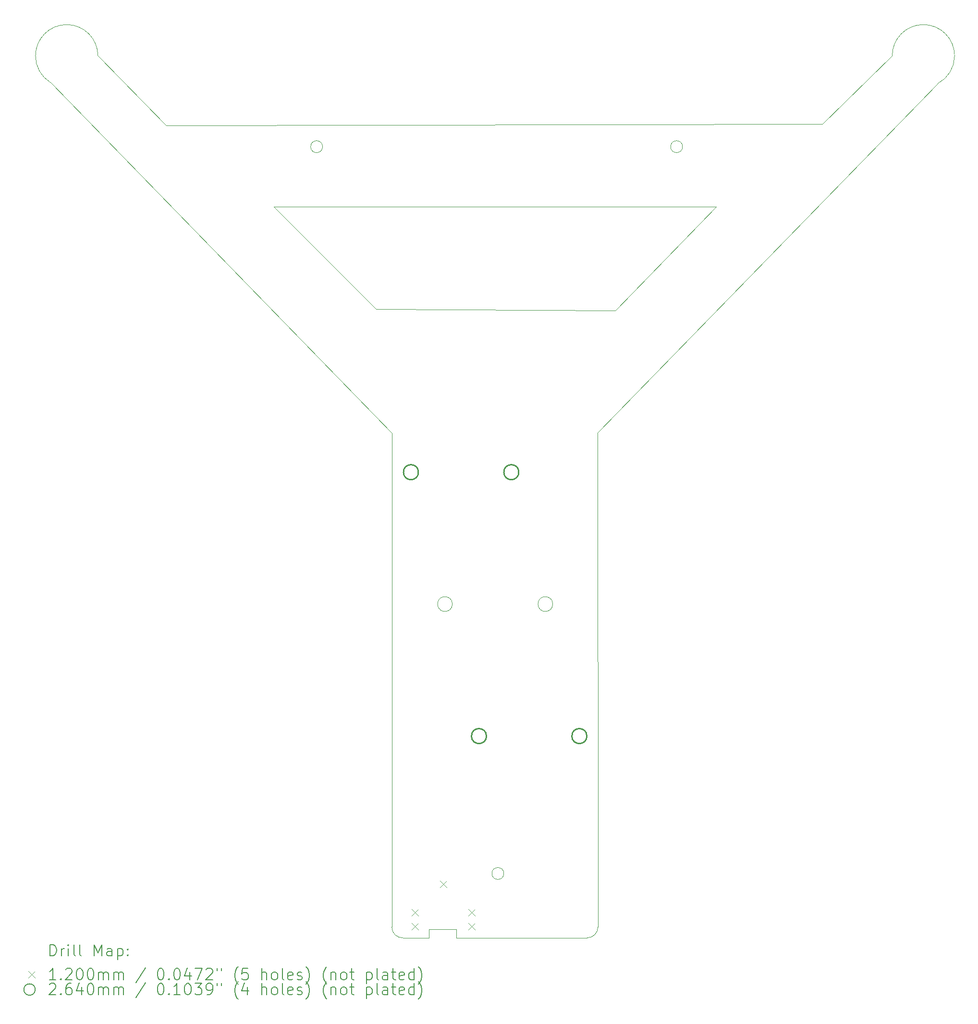
<source format=gbr>
%TF.GenerationSoftware,KiCad,Pcbnew,8.0.7*%
%TF.CreationDate,2025-02-10T18:12:55+08:00*%
%TF.ProjectId,bb-0.4,62622d30-2e34-42e6-9b69-6361645f7063,rev?*%
%TF.SameCoordinates,Original*%
%TF.FileFunction,Drillmap*%
%TF.FilePolarity,Positive*%
%FSLAX45Y45*%
G04 Gerber Fmt 4.5, Leading zero omitted, Abs format (unit mm)*
G04 Created by KiCad (PCBNEW 8.0.7) date 2025-02-10 18:12:55*
%MOMM*%
%LPD*%
G01*
G04 APERTURE LIST*
%ADD10C,0.100000*%
%ADD11C,0.200000*%
%ADD12C,0.120000*%
%ADD13C,0.264000*%
G04 APERTURE END LIST*
D10*
X12553986Y-18249978D02*
X12552986Y-18948858D01*
X8922000Y-18254810D02*
X8921000Y-18953691D01*
X12329000Y-19143881D02*
X10061779Y-19144652D01*
X9116023Y-19143881D02*
G75*
G02*
X8921000Y-18953691I-4773J190190D01*
G01*
X12550077Y-10249979D02*
X18539959Y-4099919D01*
X10895000Y-18010000D02*
G75*
G02*
X10685000Y-18010000I-105000J0D01*
G01*
X10685000Y-18010000D02*
G75*
G02*
X10895000Y-18010000I105000J0D01*
G01*
X10740000Y-6270000D02*
X6840000Y-6270000D01*
X16510000Y-4810000D02*
X4940000Y-4840000D01*
X12856878Y-8093122D02*
X14640000Y-6270000D01*
X2640000Y-3610000D02*
G75*
G02*
X3740000Y-3610000I550000J0D01*
G01*
X9579000Y-18995000D02*
X9587636Y-18995000D01*
X10061779Y-19144652D02*
X10061867Y-18994864D01*
X11756522Y-13265000D02*
G75*
G02*
X11496522Y-13265000I-130000J0D01*
G01*
X11496522Y-13265000D02*
G75*
G02*
X11756522Y-13265000I130000J0D01*
G01*
X7700000Y-5210000D02*
G75*
G02*
X7490000Y-5210000I-105000J0D01*
G01*
X7490000Y-5210000D02*
G75*
G02*
X7700000Y-5210000I105000J0D01*
G01*
X16510000Y-4810000D02*
X17740000Y-3610000D01*
X2901191Y-4078070D02*
X8920045Y-10254810D01*
X2901191Y-4078070D02*
G75*
G02*
X2640000Y-3610000I288809J468070D01*
G01*
X12362796Y-19143881D02*
X12349704Y-19143881D01*
X3740000Y-3610000D02*
X4940000Y-4840000D01*
X10740000Y-6270000D02*
X14640000Y-6270000D01*
X6840000Y-6270000D02*
X8643122Y-8073122D01*
X8922000Y-18254810D02*
X8920045Y-10254810D01*
X12553986Y-18249978D02*
X12550077Y-10249979D01*
X9987023Y-13265000D02*
G75*
G02*
X9727023Y-13265000I-130000J0D01*
G01*
X9727023Y-13265000D02*
G75*
G02*
X9987023Y-13265000I130000J0D01*
G01*
X14045000Y-5210000D02*
G75*
G02*
X13835000Y-5210000I-105000J0D01*
G01*
X13835000Y-5210000D02*
G75*
G02*
X14045000Y-5210000I105000J0D01*
G01*
X12856878Y-8093122D02*
X8643122Y-8073122D01*
X10061867Y-18994864D02*
X10039000Y-18994864D01*
X17740000Y-3610000D02*
G75*
G02*
X18840000Y-3610000I550000J0D01*
G01*
X10039000Y-18994864D02*
X9587636Y-18995000D01*
X9116023Y-19143881D02*
X9579000Y-19143873D01*
X9579000Y-19143873D02*
X9579000Y-18995000D01*
X12552986Y-18948858D02*
G75*
G02*
X12362796Y-19143877I-190186J-4772D01*
G01*
X18840000Y-3610000D02*
G75*
G02*
X18539959Y-4099919I-550000J0D01*
G01*
X12329000Y-19143881D02*
X12349704Y-19143881D01*
D11*
D12*
X9270000Y-18634000D02*
X9390000Y-18754000D01*
X9390000Y-18634000D02*
X9270000Y-18754000D01*
X9270000Y-18884000D02*
X9390000Y-19004000D01*
X9390000Y-18884000D02*
X9270000Y-19004000D01*
X9770000Y-18134000D02*
X9890000Y-18254000D01*
X9890000Y-18134000D02*
X9770000Y-18254000D01*
X10270000Y-18634000D02*
X10390000Y-18754000D01*
X10390000Y-18634000D02*
X10270000Y-18754000D01*
X10270000Y-18884000D02*
X10390000Y-19004000D01*
X10390000Y-18884000D02*
X10270000Y-19004000D01*
D13*
X9389523Y-10942000D02*
G75*
G02*
X9125523Y-10942000I-132000J0D01*
G01*
X9125523Y-10942000D02*
G75*
G02*
X9389523Y-10942000I132000J0D01*
G01*
X10588523Y-15590000D02*
G75*
G02*
X10324523Y-15590000I-132000J0D01*
G01*
X10324523Y-15590000D02*
G75*
G02*
X10588523Y-15590000I132000J0D01*
G01*
X11159023Y-10942000D02*
G75*
G02*
X10895023Y-10942000I-132000J0D01*
G01*
X10895023Y-10942000D02*
G75*
G02*
X11159023Y-10942000I132000J0D01*
G01*
X12358022Y-15590000D02*
G75*
G02*
X12094022Y-15590000I-132000J0D01*
G01*
X12094022Y-15590000D02*
G75*
G02*
X12358022Y-15590000I132000J0D01*
G01*
D11*
X2895777Y-19461135D02*
X2895777Y-19261135D01*
X2895777Y-19261135D02*
X2943396Y-19261135D01*
X2943396Y-19261135D02*
X2971967Y-19270659D01*
X2971967Y-19270659D02*
X2991015Y-19289707D01*
X2991015Y-19289707D02*
X3000539Y-19308754D01*
X3000539Y-19308754D02*
X3010062Y-19346850D01*
X3010062Y-19346850D02*
X3010062Y-19375421D01*
X3010062Y-19375421D02*
X3000539Y-19413516D01*
X3000539Y-19413516D02*
X2991015Y-19432564D01*
X2991015Y-19432564D02*
X2971967Y-19451612D01*
X2971967Y-19451612D02*
X2943396Y-19461135D01*
X2943396Y-19461135D02*
X2895777Y-19461135D01*
X3095777Y-19461135D02*
X3095777Y-19327802D01*
X3095777Y-19365897D02*
X3105301Y-19346850D01*
X3105301Y-19346850D02*
X3114824Y-19337326D01*
X3114824Y-19337326D02*
X3133872Y-19327802D01*
X3133872Y-19327802D02*
X3152920Y-19327802D01*
X3219586Y-19461135D02*
X3219586Y-19327802D01*
X3219586Y-19261135D02*
X3210062Y-19270659D01*
X3210062Y-19270659D02*
X3219586Y-19280183D01*
X3219586Y-19280183D02*
X3229110Y-19270659D01*
X3229110Y-19270659D02*
X3219586Y-19261135D01*
X3219586Y-19261135D02*
X3219586Y-19280183D01*
X3343396Y-19461135D02*
X3324348Y-19451612D01*
X3324348Y-19451612D02*
X3314824Y-19432564D01*
X3314824Y-19432564D02*
X3314824Y-19261135D01*
X3448158Y-19461135D02*
X3429110Y-19451612D01*
X3429110Y-19451612D02*
X3419586Y-19432564D01*
X3419586Y-19432564D02*
X3419586Y-19261135D01*
X3676729Y-19461135D02*
X3676729Y-19261135D01*
X3676729Y-19261135D02*
X3743396Y-19403993D01*
X3743396Y-19403993D02*
X3810062Y-19261135D01*
X3810062Y-19261135D02*
X3810062Y-19461135D01*
X3991015Y-19461135D02*
X3991015Y-19356374D01*
X3991015Y-19356374D02*
X3981491Y-19337326D01*
X3981491Y-19337326D02*
X3962443Y-19327802D01*
X3962443Y-19327802D02*
X3924348Y-19327802D01*
X3924348Y-19327802D02*
X3905301Y-19337326D01*
X3991015Y-19451612D02*
X3971967Y-19461135D01*
X3971967Y-19461135D02*
X3924348Y-19461135D01*
X3924348Y-19461135D02*
X3905301Y-19451612D01*
X3905301Y-19451612D02*
X3895777Y-19432564D01*
X3895777Y-19432564D02*
X3895777Y-19413516D01*
X3895777Y-19413516D02*
X3905301Y-19394469D01*
X3905301Y-19394469D02*
X3924348Y-19384945D01*
X3924348Y-19384945D02*
X3971967Y-19384945D01*
X3971967Y-19384945D02*
X3991015Y-19375421D01*
X4086253Y-19327802D02*
X4086253Y-19527802D01*
X4086253Y-19337326D02*
X4105301Y-19327802D01*
X4105301Y-19327802D02*
X4143396Y-19327802D01*
X4143396Y-19327802D02*
X4162443Y-19337326D01*
X4162443Y-19337326D02*
X4171967Y-19346850D01*
X4171967Y-19346850D02*
X4181491Y-19365897D01*
X4181491Y-19365897D02*
X4181491Y-19423040D01*
X4181491Y-19423040D02*
X4171967Y-19442088D01*
X4171967Y-19442088D02*
X4162443Y-19451612D01*
X4162443Y-19451612D02*
X4143396Y-19461135D01*
X4143396Y-19461135D02*
X4105301Y-19461135D01*
X4105301Y-19461135D02*
X4086253Y-19451612D01*
X4267205Y-19442088D02*
X4276729Y-19451612D01*
X4276729Y-19451612D02*
X4267205Y-19461135D01*
X4267205Y-19461135D02*
X4257682Y-19451612D01*
X4257682Y-19451612D02*
X4267205Y-19442088D01*
X4267205Y-19442088D02*
X4267205Y-19461135D01*
X4267205Y-19337326D02*
X4276729Y-19346850D01*
X4276729Y-19346850D02*
X4267205Y-19356374D01*
X4267205Y-19356374D02*
X4257682Y-19346850D01*
X4257682Y-19346850D02*
X4267205Y-19337326D01*
X4267205Y-19337326D02*
X4267205Y-19356374D01*
D12*
X2515000Y-19729652D02*
X2635000Y-19849652D01*
X2635000Y-19729652D02*
X2515000Y-19849652D01*
D11*
X3000539Y-19881135D02*
X2886253Y-19881135D01*
X2943396Y-19881135D02*
X2943396Y-19681135D01*
X2943396Y-19681135D02*
X2924348Y-19709707D01*
X2924348Y-19709707D02*
X2905301Y-19728754D01*
X2905301Y-19728754D02*
X2886253Y-19738278D01*
X3086253Y-19862088D02*
X3095777Y-19871612D01*
X3095777Y-19871612D02*
X3086253Y-19881135D01*
X3086253Y-19881135D02*
X3076729Y-19871612D01*
X3076729Y-19871612D02*
X3086253Y-19862088D01*
X3086253Y-19862088D02*
X3086253Y-19881135D01*
X3171967Y-19700183D02*
X3181491Y-19690659D01*
X3181491Y-19690659D02*
X3200539Y-19681135D01*
X3200539Y-19681135D02*
X3248158Y-19681135D01*
X3248158Y-19681135D02*
X3267205Y-19690659D01*
X3267205Y-19690659D02*
X3276729Y-19700183D01*
X3276729Y-19700183D02*
X3286253Y-19719231D01*
X3286253Y-19719231D02*
X3286253Y-19738278D01*
X3286253Y-19738278D02*
X3276729Y-19766850D01*
X3276729Y-19766850D02*
X3162443Y-19881135D01*
X3162443Y-19881135D02*
X3286253Y-19881135D01*
X3410062Y-19681135D02*
X3429110Y-19681135D01*
X3429110Y-19681135D02*
X3448158Y-19690659D01*
X3448158Y-19690659D02*
X3457682Y-19700183D01*
X3457682Y-19700183D02*
X3467205Y-19719231D01*
X3467205Y-19719231D02*
X3476729Y-19757326D01*
X3476729Y-19757326D02*
X3476729Y-19804945D01*
X3476729Y-19804945D02*
X3467205Y-19843040D01*
X3467205Y-19843040D02*
X3457682Y-19862088D01*
X3457682Y-19862088D02*
X3448158Y-19871612D01*
X3448158Y-19871612D02*
X3429110Y-19881135D01*
X3429110Y-19881135D02*
X3410062Y-19881135D01*
X3410062Y-19881135D02*
X3391015Y-19871612D01*
X3391015Y-19871612D02*
X3381491Y-19862088D01*
X3381491Y-19862088D02*
X3371967Y-19843040D01*
X3371967Y-19843040D02*
X3362443Y-19804945D01*
X3362443Y-19804945D02*
X3362443Y-19757326D01*
X3362443Y-19757326D02*
X3371967Y-19719231D01*
X3371967Y-19719231D02*
X3381491Y-19700183D01*
X3381491Y-19700183D02*
X3391015Y-19690659D01*
X3391015Y-19690659D02*
X3410062Y-19681135D01*
X3600539Y-19681135D02*
X3619586Y-19681135D01*
X3619586Y-19681135D02*
X3638634Y-19690659D01*
X3638634Y-19690659D02*
X3648158Y-19700183D01*
X3648158Y-19700183D02*
X3657682Y-19719231D01*
X3657682Y-19719231D02*
X3667205Y-19757326D01*
X3667205Y-19757326D02*
X3667205Y-19804945D01*
X3667205Y-19804945D02*
X3657682Y-19843040D01*
X3657682Y-19843040D02*
X3648158Y-19862088D01*
X3648158Y-19862088D02*
X3638634Y-19871612D01*
X3638634Y-19871612D02*
X3619586Y-19881135D01*
X3619586Y-19881135D02*
X3600539Y-19881135D01*
X3600539Y-19881135D02*
X3581491Y-19871612D01*
X3581491Y-19871612D02*
X3571967Y-19862088D01*
X3571967Y-19862088D02*
X3562443Y-19843040D01*
X3562443Y-19843040D02*
X3552920Y-19804945D01*
X3552920Y-19804945D02*
X3552920Y-19757326D01*
X3552920Y-19757326D02*
X3562443Y-19719231D01*
X3562443Y-19719231D02*
X3571967Y-19700183D01*
X3571967Y-19700183D02*
X3581491Y-19690659D01*
X3581491Y-19690659D02*
X3600539Y-19681135D01*
X3752920Y-19881135D02*
X3752920Y-19747802D01*
X3752920Y-19766850D02*
X3762443Y-19757326D01*
X3762443Y-19757326D02*
X3781491Y-19747802D01*
X3781491Y-19747802D02*
X3810063Y-19747802D01*
X3810063Y-19747802D02*
X3829110Y-19757326D01*
X3829110Y-19757326D02*
X3838634Y-19776374D01*
X3838634Y-19776374D02*
X3838634Y-19881135D01*
X3838634Y-19776374D02*
X3848158Y-19757326D01*
X3848158Y-19757326D02*
X3867205Y-19747802D01*
X3867205Y-19747802D02*
X3895777Y-19747802D01*
X3895777Y-19747802D02*
X3914824Y-19757326D01*
X3914824Y-19757326D02*
X3924348Y-19776374D01*
X3924348Y-19776374D02*
X3924348Y-19881135D01*
X4019586Y-19881135D02*
X4019586Y-19747802D01*
X4019586Y-19766850D02*
X4029110Y-19757326D01*
X4029110Y-19757326D02*
X4048158Y-19747802D01*
X4048158Y-19747802D02*
X4076729Y-19747802D01*
X4076729Y-19747802D02*
X4095777Y-19757326D01*
X4095777Y-19757326D02*
X4105301Y-19776374D01*
X4105301Y-19776374D02*
X4105301Y-19881135D01*
X4105301Y-19776374D02*
X4114824Y-19757326D01*
X4114824Y-19757326D02*
X4133872Y-19747802D01*
X4133872Y-19747802D02*
X4162443Y-19747802D01*
X4162443Y-19747802D02*
X4181491Y-19757326D01*
X4181491Y-19757326D02*
X4191015Y-19776374D01*
X4191015Y-19776374D02*
X4191015Y-19881135D01*
X4581491Y-19671612D02*
X4410063Y-19928754D01*
X4838634Y-19681135D02*
X4857682Y-19681135D01*
X4857682Y-19681135D02*
X4876729Y-19690659D01*
X4876729Y-19690659D02*
X4886253Y-19700183D01*
X4886253Y-19700183D02*
X4895777Y-19719231D01*
X4895777Y-19719231D02*
X4905301Y-19757326D01*
X4905301Y-19757326D02*
X4905301Y-19804945D01*
X4905301Y-19804945D02*
X4895777Y-19843040D01*
X4895777Y-19843040D02*
X4886253Y-19862088D01*
X4886253Y-19862088D02*
X4876729Y-19871612D01*
X4876729Y-19871612D02*
X4857682Y-19881135D01*
X4857682Y-19881135D02*
X4838634Y-19881135D01*
X4838634Y-19881135D02*
X4819587Y-19871612D01*
X4819587Y-19871612D02*
X4810063Y-19862088D01*
X4810063Y-19862088D02*
X4800539Y-19843040D01*
X4800539Y-19843040D02*
X4791015Y-19804945D01*
X4791015Y-19804945D02*
X4791015Y-19757326D01*
X4791015Y-19757326D02*
X4800539Y-19719231D01*
X4800539Y-19719231D02*
X4810063Y-19700183D01*
X4810063Y-19700183D02*
X4819587Y-19690659D01*
X4819587Y-19690659D02*
X4838634Y-19681135D01*
X4991015Y-19862088D02*
X5000539Y-19871612D01*
X5000539Y-19871612D02*
X4991015Y-19881135D01*
X4991015Y-19881135D02*
X4981491Y-19871612D01*
X4981491Y-19871612D02*
X4991015Y-19862088D01*
X4991015Y-19862088D02*
X4991015Y-19881135D01*
X5124348Y-19681135D02*
X5143396Y-19681135D01*
X5143396Y-19681135D02*
X5162444Y-19690659D01*
X5162444Y-19690659D02*
X5171968Y-19700183D01*
X5171968Y-19700183D02*
X5181491Y-19719231D01*
X5181491Y-19719231D02*
X5191015Y-19757326D01*
X5191015Y-19757326D02*
X5191015Y-19804945D01*
X5191015Y-19804945D02*
X5181491Y-19843040D01*
X5181491Y-19843040D02*
X5171968Y-19862088D01*
X5171968Y-19862088D02*
X5162444Y-19871612D01*
X5162444Y-19871612D02*
X5143396Y-19881135D01*
X5143396Y-19881135D02*
X5124348Y-19881135D01*
X5124348Y-19881135D02*
X5105301Y-19871612D01*
X5105301Y-19871612D02*
X5095777Y-19862088D01*
X5095777Y-19862088D02*
X5086253Y-19843040D01*
X5086253Y-19843040D02*
X5076729Y-19804945D01*
X5076729Y-19804945D02*
X5076729Y-19757326D01*
X5076729Y-19757326D02*
X5086253Y-19719231D01*
X5086253Y-19719231D02*
X5095777Y-19700183D01*
X5095777Y-19700183D02*
X5105301Y-19690659D01*
X5105301Y-19690659D02*
X5124348Y-19681135D01*
X5362444Y-19747802D02*
X5362444Y-19881135D01*
X5314825Y-19671612D02*
X5267206Y-19814469D01*
X5267206Y-19814469D02*
X5391015Y-19814469D01*
X5448158Y-19681135D02*
X5581491Y-19681135D01*
X5581491Y-19681135D02*
X5495777Y-19881135D01*
X5648158Y-19700183D02*
X5657682Y-19690659D01*
X5657682Y-19690659D02*
X5676729Y-19681135D01*
X5676729Y-19681135D02*
X5724348Y-19681135D01*
X5724348Y-19681135D02*
X5743396Y-19690659D01*
X5743396Y-19690659D02*
X5752920Y-19700183D01*
X5752920Y-19700183D02*
X5762444Y-19719231D01*
X5762444Y-19719231D02*
X5762444Y-19738278D01*
X5762444Y-19738278D02*
X5752920Y-19766850D01*
X5752920Y-19766850D02*
X5638634Y-19881135D01*
X5638634Y-19881135D02*
X5762444Y-19881135D01*
X5838634Y-19681135D02*
X5838634Y-19719231D01*
X5914825Y-19681135D02*
X5914825Y-19719231D01*
X6210063Y-19957326D02*
X6200539Y-19947802D01*
X6200539Y-19947802D02*
X6181491Y-19919231D01*
X6181491Y-19919231D02*
X6171968Y-19900183D01*
X6171968Y-19900183D02*
X6162444Y-19871612D01*
X6162444Y-19871612D02*
X6152920Y-19823993D01*
X6152920Y-19823993D02*
X6152920Y-19785897D01*
X6152920Y-19785897D02*
X6162444Y-19738278D01*
X6162444Y-19738278D02*
X6171968Y-19709707D01*
X6171968Y-19709707D02*
X6181491Y-19690659D01*
X6181491Y-19690659D02*
X6200539Y-19662088D01*
X6200539Y-19662088D02*
X6210063Y-19652564D01*
X6381491Y-19681135D02*
X6286253Y-19681135D01*
X6286253Y-19681135D02*
X6276729Y-19776374D01*
X6276729Y-19776374D02*
X6286253Y-19766850D01*
X6286253Y-19766850D02*
X6305301Y-19757326D01*
X6305301Y-19757326D02*
X6352920Y-19757326D01*
X6352920Y-19757326D02*
X6371968Y-19766850D01*
X6371968Y-19766850D02*
X6381491Y-19776374D01*
X6381491Y-19776374D02*
X6391015Y-19795421D01*
X6391015Y-19795421D02*
X6391015Y-19843040D01*
X6391015Y-19843040D02*
X6381491Y-19862088D01*
X6381491Y-19862088D02*
X6371968Y-19871612D01*
X6371968Y-19871612D02*
X6352920Y-19881135D01*
X6352920Y-19881135D02*
X6305301Y-19881135D01*
X6305301Y-19881135D02*
X6286253Y-19871612D01*
X6286253Y-19871612D02*
X6276729Y-19862088D01*
X6629110Y-19881135D02*
X6629110Y-19681135D01*
X6714825Y-19881135D02*
X6714825Y-19776374D01*
X6714825Y-19776374D02*
X6705301Y-19757326D01*
X6705301Y-19757326D02*
X6686253Y-19747802D01*
X6686253Y-19747802D02*
X6657682Y-19747802D01*
X6657682Y-19747802D02*
X6638634Y-19757326D01*
X6638634Y-19757326D02*
X6629110Y-19766850D01*
X6838634Y-19881135D02*
X6819587Y-19871612D01*
X6819587Y-19871612D02*
X6810063Y-19862088D01*
X6810063Y-19862088D02*
X6800539Y-19843040D01*
X6800539Y-19843040D02*
X6800539Y-19785897D01*
X6800539Y-19785897D02*
X6810063Y-19766850D01*
X6810063Y-19766850D02*
X6819587Y-19757326D01*
X6819587Y-19757326D02*
X6838634Y-19747802D01*
X6838634Y-19747802D02*
X6867206Y-19747802D01*
X6867206Y-19747802D02*
X6886253Y-19757326D01*
X6886253Y-19757326D02*
X6895777Y-19766850D01*
X6895777Y-19766850D02*
X6905301Y-19785897D01*
X6905301Y-19785897D02*
X6905301Y-19843040D01*
X6905301Y-19843040D02*
X6895777Y-19862088D01*
X6895777Y-19862088D02*
X6886253Y-19871612D01*
X6886253Y-19871612D02*
X6867206Y-19881135D01*
X6867206Y-19881135D02*
X6838634Y-19881135D01*
X7019587Y-19881135D02*
X7000539Y-19871612D01*
X7000539Y-19871612D02*
X6991015Y-19852564D01*
X6991015Y-19852564D02*
X6991015Y-19681135D01*
X7171968Y-19871612D02*
X7152920Y-19881135D01*
X7152920Y-19881135D02*
X7114825Y-19881135D01*
X7114825Y-19881135D02*
X7095777Y-19871612D01*
X7095777Y-19871612D02*
X7086253Y-19852564D01*
X7086253Y-19852564D02*
X7086253Y-19776374D01*
X7086253Y-19776374D02*
X7095777Y-19757326D01*
X7095777Y-19757326D02*
X7114825Y-19747802D01*
X7114825Y-19747802D02*
X7152920Y-19747802D01*
X7152920Y-19747802D02*
X7171968Y-19757326D01*
X7171968Y-19757326D02*
X7181491Y-19776374D01*
X7181491Y-19776374D02*
X7181491Y-19795421D01*
X7181491Y-19795421D02*
X7086253Y-19814469D01*
X7257682Y-19871612D02*
X7276730Y-19881135D01*
X7276730Y-19881135D02*
X7314825Y-19881135D01*
X7314825Y-19881135D02*
X7333872Y-19871612D01*
X7333872Y-19871612D02*
X7343396Y-19852564D01*
X7343396Y-19852564D02*
X7343396Y-19843040D01*
X7343396Y-19843040D02*
X7333872Y-19823993D01*
X7333872Y-19823993D02*
X7314825Y-19814469D01*
X7314825Y-19814469D02*
X7286253Y-19814469D01*
X7286253Y-19814469D02*
X7267206Y-19804945D01*
X7267206Y-19804945D02*
X7257682Y-19785897D01*
X7257682Y-19785897D02*
X7257682Y-19776374D01*
X7257682Y-19776374D02*
X7267206Y-19757326D01*
X7267206Y-19757326D02*
X7286253Y-19747802D01*
X7286253Y-19747802D02*
X7314825Y-19747802D01*
X7314825Y-19747802D02*
X7333872Y-19757326D01*
X7410063Y-19957326D02*
X7419587Y-19947802D01*
X7419587Y-19947802D02*
X7438634Y-19919231D01*
X7438634Y-19919231D02*
X7448158Y-19900183D01*
X7448158Y-19900183D02*
X7457682Y-19871612D01*
X7457682Y-19871612D02*
X7467206Y-19823993D01*
X7467206Y-19823993D02*
X7467206Y-19785897D01*
X7467206Y-19785897D02*
X7457682Y-19738278D01*
X7457682Y-19738278D02*
X7448158Y-19709707D01*
X7448158Y-19709707D02*
X7438634Y-19690659D01*
X7438634Y-19690659D02*
X7419587Y-19662088D01*
X7419587Y-19662088D02*
X7410063Y-19652564D01*
X7771968Y-19957326D02*
X7762444Y-19947802D01*
X7762444Y-19947802D02*
X7743396Y-19919231D01*
X7743396Y-19919231D02*
X7733872Y-19900183D01*
X7733872Y-19900183D02*
X7724349Y-19871612D01*
X7724349Y-19871612D02*
X7714825Y-19823993D01*
X7714825Y-19823993D02*
X7714825Y-19785897D01*
X7714825Y-19785897D02*
X7724349Y-19738278D01*
X7724349Y-19738278D02*
X7733872Y-19709707D01*
X7733872Y-19709707D02*
X7743396Y-19690659D01*
X7743396Y-19690659D02*
X7762444Y-19662088D01*
X7762444Y-19662088D02*
X7771968Y-19652564D01*
X7848158Y-19747802D02*
X7848158Y-19881135D01*
X7848158Y-19766850D02*
X7857682Y-19757326D01*
X7857682Y-19757326D02*
X7876730Y-19747802D01*
X7876730Y-19747802D02*
X7905301Y-19747802D01*
X7905301Y-19747802D02*
X7924349Y-19757326D01*
X7924349Y-19757326D02*
X7933872Y-19776374D01*
X7933872Y-19776374D02*
X7933872Y-19881135D01*
X8057682Y-19881135D02*
X8038634Y-19871612D01*
X8038634Y-19871612D02*
X8029111Y-19862088D01*
X8029111Y-19862088D02*
X8019587Y-19843040D01*
X8019587Y-19843040D02*
X8019587Y-19785897D01*
X8019587Y-19785897D02*
X8029111Y-19766850D01*
X8029111Y-19766850D02*
X8038634Y-19757326D01*
X8038634Y-19757326D02*
X8057682Y-19747802D01*
X8057682Y-19747802D02*
X8086253Y-19747802D01*
X8086253Y-19747802D02*
X8105301Y-19757326D01*
X8105301Y-19757326D02*
X8114825Y-19766850D01*
X8114825Y-19766850D02*
X8124349Y-19785897D01*
X8124349Y-19785897D02*
X8124349Y-19843040D01*
X8124349Y-19843040D02*
X8114825Y-19862088D01*
X8114825Y-19862088D02*
X8105301Y-19871612D01*
X8105301Y-19871612D02*
X8086253Y-19881135D01*
X8086253Y-19881135D02*
X8057682Y-19881135D01*
X8181492Y-19747802D02*
X8257682Y-19747802D01*
X8210063Y-19681135D02*
X8210063Y-19852564D01*
X8210063Y-19852564D02*
X8219587Y-19871612D01*
X8219587Y-19871612D02*
X8238634Y-19881135D01*
X8238634Y-19881135D02*
X8257682Y-19881135D01*
X8476730Y-19747802D02*
X8476730Y-19947802D01*
X8476730Y-19757326D02*
X8495777Y-19747802D01*
X8495777Y-19747802D02*
X8533873Y-19747802D01*
X8533873Y-19747802D02*
X8552920Y-19757326D01*
X8552920Y-19757326D02*
X8562444Y-19766850D01*
X8562444Y-19766850D02*
X8571968Y-19785897D01*
X8571968Y-19785897D02*
X8571968Y-19843040D01*
X8571968Y-19843040D02*
X8562444Y-19862088D01*
X8562444Y-19862088D02*
X8552920Y-19871612D01*
X8552920Y-19871612D02*
X8533873Y-19881135D01*
X8533873Y-19881135D02*
X8495777Y-19881135D01*
X8495777Y-19881135D02*
X8476730Y-19871612D01*
X8686254Y-19881135D02*
X8667206Y-19871612D01*
X8667206Y-19871612D02*
X8657682Y-19852564D01*
X8657682Y-19852564D02*
X8657682Y-19681135D01*
X8848158Y-19881135D02*
X8848158Y-19776374D01*
X8848158Y-19776374D02*
X8838635Y-19757326D01*
X8838635Y-19757326D02*
X8819587Y-19747802D01*
X8819587Y-19747802D02*
X8781492Y-19747802D01*
X8781492Y-19747802D02*
X8762444Y-19757326D01*
X8848158Y-19871612D02*
X8829111Y-19881135D01*
X8829111Y-19881135D02*
X8781492Y-19881135D01*
X8781492Y-19881135D02*
X8762444Y-19871612D01*
X8762444Y-19871612D02*
X8752920Y-19852564D01*
X8752920Y-19852564D02*
X8752920Y-19833516D01*
X8752920Y-19833516D02*
X8762444Y-19814469D01*
X8762444Y-19814469D02*
X8781492Y-19804945D01*
X8781492Y-19804945D02*
X8829111Y-19804945D01*
X8829111Y-19804945D02*
X8848158Y-19795421D01*
X8914825Y-19747802D02*
X8991015Y-19747802D01*
X8943396Y-19681135D02*
X8943396Y-19852564D01*
X8943396Y-19852564D02*
X8952920Y-19871612D01*
X8952920Y-19871612D02*
X8971968Y-19881135D01*
X8971968Y-19881135D02*
X8991015Y-19881135D01*
X9133873Y-19871612D02*
X9114825Y-19881135D01*
X9114825Y-19881135D02*
X9076730Y-19881135D01*
X9076730Y-19881135D02*
X9057682Y-19871612D01*
X9057682Y-19871612D02*
X9048158Y-19852564D01*
X9048158Y-19852564D02*
X9048158Y-19776374D01*
X9048158Y-19776374D02*
X9057682Y-19757326D01*
X9057682Y-19757326D02*
X9076730Y-19747802D01*
X9076730Y-19747802D02*
X9114825Y-19747802D01*
X9114825Y-19747802D02*
X9133873Y-19757326D01*
X9133873Y-19757326D02*
X9143396Y-19776374D01*
X9143396Y-19776374D02*
X9143396Y-19795421D01*
X9143396Y-19795421D02*
X9048158Y-19814469D01*
X9314825Y-19881135D02*
X9314825Y-19681135D01*
X9314825Y-19871612D02*
X9295777Y-19881135D01*
X9295777Y-19881135D02*
X9257682Y-19881135D01*
X9257682Y-19881135D02*
X9238635Y-19871612D01*
X9238635Y-19871612D02*
X9229111Y-19862088D01*
X9229111Y-19862088D02*
X9219587Y-19843040D01*
X9219587Y-19843040D02*
X9219587Y-19785897D01*
X9219587Y-19785897D02*
X9229111Y-19766850D01*
X9229111Y-19766850D02*
X9238635Y-19757326D01*
X9238635Y-19757326D02*
X9257682Y-19747802D01*
X9257682Y-19747802D02*
X9295777Y-19747802D01*
X9295777Y-19747802D02*
X9314825Y-19757326D01*
X9391016Y-19957326D02*
X9400539Y-19947802D01*
X9400539Y-19947802D02*
X9419587Y-19919231D01*
X9419587Y-19919231D02*
X9429111Y-19900183D01*
X9429111Y-19900183D02*
X9438635Y-19871612D01*
X9438635Y-19871612D02*
X9448158Y-19823993D01*
X9448158Y-19823993D02*
X9448158Y-19785897D01*
X9448158Y-19785897D02*
X9438635Y-19738278D01*
X9438635Y-19738278D02*
X9429111Y-19709707D01*
X9429111Y-19709707D02*
X9419587Y-19690659D01*
X9419587Y-19690659D02*
X9400539Y-19662088D01*
X9400539Y-19662088D02*
X9391016Y-19652564D01*
X2635000Y-20053652D02*
G75*
G02*
X2435000Y-20053652I-100000J0D01*
G01*
X2435000Y-20053652D02*
G75*
G02*
X2635000Y-20053652I100000J0D01*
G01*
X2886253Y-19964183D02*
X2895777Y-19954659D01*
X2895777Y-19954659D02*
X2914824Y-19945135D01*
X2914824Y-19945135D02*
X2962443Y-19945135D01*
X2962443Y-19945135D02*
X2981491Y-19954659D01*
X2981491Y-19954659D02*
X2991015Y-19964183D01*
X2991015Y-19964183D02*
X3000539Y-19983231D01*
X3000539Y-19983231D02*
X3000539Y-20002278D01*
X3000539Y-20002278D02*
X2991015Y-20030850D01*
X2991015Y-20030850D02*
X2876729Y-20145135D01*
X2876729Y-20145135D02*
X3000539Y-20145135D01*
X3086253Y-20126088D02*
X3095777Y-20135612D01*
X3095777Y-20135612D02*
X3086253Y-20145135D01*
X3086253Y-20145135D02*
X3076729Y-20135612D01*
X3076729Y-20135612D02*
X3086253Y-20126088D01*
X3086253Y-20126088D02*
X3086253Y-20145135D01*
X3267205Y-19945135D02*
X3229110Y-19945135D01*
X3229110Y-19945135D02*
X3210062Y-19954659D01*
X3210062Y-19954659D02*
X3200539Y-19964183D01*
X3200539Y-19964183D02*
X3181491Y-19992754D01*
X3181491Y-19992754D02*
X3171967Y-20030850D01*
X3171967Y-20030850D02*
X3171967Y-20107040D01*
X3171967Y-20107040D02*
X3181491Y-20126088D01*
X3181491Y-20126088D02*
X3191015Y-20135612D01*
X3191015Y-20135612D02*
X3210062Y-20145135D01*
X3210062Y-20145135D02*
X3248158Y-20145135D01*
X3248158Y-20145135D02*
X3267205Y-20135612D01*
X3267205Y-20135612D02*
X3276729Y-20126088D01*
X3276729Y-20126088D02*
X3286253Y-20107040D01*
X3286253Y-20107040D02*
X3286253Y-20059421D01*
X3286253Y-20059421D02*
X3276729Y-20040374D01*
X3276729Y-20040374D02*
X3267205Y-20030850D01*
X3267205Y-20030850D02*
X3248158Y-20021326D01*
X3248158Y-20021326D02*
X3210062Y-20021326D01*
X3210062Y-20021326D02*
X3191015Y-20030850D01*
X3191015Y-20030850D02*
X3181491Y-20040374D01*
X3181491Y-20040374D02*
X3171967Y-20059421D01*
X3457682Y-20011802D02*
X3457682Y-20145135D01*
X3410062Y-19935612D02*
X3362443Y-20078469D01*
X3362443Y-20078469D02*
X3486253Y-20078469D01*
X3600539Y-19945135D02*
X3619586Y-19945135D01*
X3619586Y-19945135D02*
X3638634Y-19954659D01*
X3638634Y-19954659D02*
X3648158Y-19964183D01*
X3648158Y-19964183D02*
X3657682Y-19983231D01*
X3657682Y-19983231D02*
X3667205Y-20021326D01*
X3667205Y-20021326D02*
X3667205Y-20068945D01*
X3667205Y-20068945D02*
X3657682Y-20107040D01*
X3657682Y-20107040D02*
X3648158Y-20126088D01*
X3648158Y-20126088D02*
X3638634Y-20135612D01*
X3638634Y-20135612D02*
X3619586Y-20145135D01*
X3619586Y-20145135D02*
X3600539Y-20145135D01*
X3600539Y-20145135D02*
X3581491Y-20135612D01*
X3581491Y-20135612D02*
X3571967Y-20126088D01*
X3571967Y-20126088D02*
X3562443Y-20107040D01*
X3562443Y-20107040D02*
X3552920Y-20068945D01*
X3552920Y-20068945D02*
X3552920Y-20021326D01*
X3552920Y-20021326D02*
X3562443Y-19983231D01*
X3562443Y-19983231D02*
X3571967Y-19964183D01*
X3571967Y-19964183D02*
X3581491Y-19954659D01*
X3581491Y-19954659D02*
X3600539Y-19945135D01*
X3752920Y-20145135D02*
X3752920Y-20011802D01*
X3752920Y-20030850D02*
X3762443Y-20021326D01*
X3762443Y-20021326D02*
X3781491Y-20011802D01*
X3781491Y-20011802D02*
X3810063Y-20011802D01*
X3810063Y-20011802D02*
X3829110Y-20021326D01*
X3829110Y-20021326D02*
X3838634Y-20040374D01*
X3838634Y-20040374D02*
X3838634Y-20145135D01*
X3838634Y-20040374D02*
X3848158Y-20021326D01*
X3848158Y-20021326D02*
X3867205Y-20011802D01*
X3867205Y-20011802D02*
X3895777Y-20011802D01*
X3895777Y-20011802D02*
X3914824Y-20021326D01*
X3914824Y-20021326D02*
X3924348Y-20040374D01*
X3924348Y-20040374D02*
X3924348Y-20145135D01*
X4019586Y-20145135D02*
X4019586Y-20011802D01*
X4019586Y-20030850D02*
X4029110Y-20021326D01*
X4029110Y-20021326D02*
X4048158Y-20011802D01*
X4048158Y-20011802D02*
X4076729Y-20011802D01*
X4076729Y-20011802D02*
X4095777Y-20021326D01*
X4095777Y-20021326D02*
X4105301Y-20040374D01*
X4105301Y-20040374D02*
X4105301Y-20145135D01*
X4105301Y-20040374D02*
X4114824Y-20021326D01*
X4114824Y-20021326D02*
X4133872Y-20011802D01*
X4133872Y-20011802D02*
X4162443Y-20011802D01*
X4162443Y-20011802D02*
X4181491Y-20021326D01*
X4181491Y-20021326D02*
X4191015Y-20040374D01*
X4191015Y-20040374D02*
X4191015Y-20145135D01*
X4581491Y-19935612D02*
X4410063Y-20192754D01*
X4838634Y-19945135D02*
X4857682Y-19945135D01*
X4857682Y-19945135D02*
X4876729Y-19954659D01*
X4876729Y-19954659D02*
X4886253Y-19964183D01*
X4886253Y-19964183D02*
X4895777Y-19983231D01*
X4895777Y-19983231D02*
X4905301Y-20021326D01*
X4905301Y-20021326D02*
X4905301Y-20068945D01*
X4905301Y-20068945D02*
X4895777Y-20107040D01*
X4895777Y-20107040D02*
X4886253Y-20126088D01*
X4886253Y-20126088D02*
X4876729Y-20135612D01*
X4876729Y-20135612D02*
X4857682Y-20145135D01*
X4857682Y-20145135D02*
X4838634Y-20145135D01*
X4838634Y-20145135D02*
X4819587Y-20135612D01*
X4819587Y-20135612D02*
X4810063Y-20126088D01*
X4810063Y-20126088D02*
X4800539Y-20107040D01*
X4800539Y-20107040D02*
X4791015Y-20068945D01*
X4791015Y-20068945D02*
X4791015Y-20021326D01*
X4791015Y-20021326D02*
X4800539Y-19983231D01*
X4800539Y-19983231D02*
X4810063Y-19964183D01*
X4810063Y-19964183D02*
X4819587Y-19954659D01*
X4819587Y-19954659D02*
X4838634Y-19945135D01*
X4991015Y-20126088D02*
X5000539Y-20135612D01*
X5000539Y-20135612D02*
X4991015Y-20145135D01*
X4991015Y-20145135D02*
X4981491Y-20135612D01*
X4981491Y-20135612D02*
X4991015Y-20126088D01*
X4991015Y-20126088D02*
X4991015Y-20145135D01*
X5191015Y-20145135D02*
X5076729Y-20145135D01*
X5133872Y-20145135D02*
X5133872Y-19945135D01*
X5133872Y-19945135D02*
X5114825Y-19973707D01*
X5114825Y-19973707D02*
X5095777Y-19992754D01*
X5095777Y-19992754D02*
X5076729Y-20002278D01*
X5314825Y-19945135D02*
X5333872Y-19945135D01*
X5333872Y-19945135D02*
X5352920Y-19954659D01*
X5352920Y-19954659D02*
X5362444Y-19964183D01*
X5362444Y-19964183D02*
X5371968Y-19983231D01*
X5371968Y-19983231D02*
X5381491Y-20021326D01*
X5381491Y-20021326D02*
X5381491Y-20068945D01*
X5381491Y-20068945D02*
X5371968Y-20107040D01*
X5371968Y-20107040D02*
X5362444Y-20126088D01*
X5362444Y-20126088D02*
X5352920Y-20135612D01*
X5352920Y-20135612D02*
X5333872Y-20145135D01*
X5333872Y-20145135D02*
X5314825Y-20145135D01*
X5314825Y-20145135D02*
X5295777Y-20135612D01*
X5295777Y-20135612D02*
X5286253Y-20126088D01*
X5286253Y-20126088D02*
X5276729Y-20107040D01*
X5276729Y-20107040D02*
X5267206Y-20068945D01*
X5267206Y-20068945D02*
X5267206Y-20021326D01*
X5267206Y-20021326D02*
X5276729Y-19983231D01*
X5276729Y-19983231D02*
X5286253Y-19964183D01*
X5286253Y-19964183D02*
X5295777Y-19954659D01*
X5295777Y-19954659D02*
X5314825Y-19945135D01*
X5448158Y-19945135D02*
X5571968Y-19945135D01*
X5571968Y-19945135D02*
X5505301Y-20021326D01*
X5505301Y-20021326D02*
X5533872Y-20021326D01*
X5533872Y-20021326D02*
X5552920Y-20030850D01*
X5552920Y-20030850D02*
X5562444Y-20040374D01*
X5562444Y-20040374D02*
X5571968Y-20059421D01*
X5571968Y-20059421D02*
X5571968Y-20107040D01*
X5571968Y-20107040D02*
X5562444Y-20126088D01*
X5562444Y-20126088D02*
X5552920Y-20135612D01*
X5552920Y-20135612D02*
X5533872Y-20145135D01*
X5533872Y-20145135D02*
X5476729Y-20145135D01*
X5476729Y-20145135D02*
X5457682Y-20135612D01*
X5457682Y-20135612D02*
X5448158Y-20126088D01*
X5667206Y-20145135D02*
X5705301Y-20145135D01*
X5705301Y-20145135D02*
X5724348Y-20135612D01*
X5724348Y-20135612D02*
X5733872Y-20126088D01*
X5733872Y-20126088D02*
X5752920Y-20097516D01*
X5752920Y-20097516D02*
X5762444Y-20059421D01*
X5762444Y-20059421D02*
X5762444Y-19983231D01*
X5762444Y-19983231D02*
X5752920Y-19964183D01*
X5752920Y-19964183D02*
X5743396Y-19954659D01*
X5743396Y-19954659D02*
X5724348Y-19945135D01*
X5724348Y-19945135D02*
X5686253Y-19945135D01*
X5686253Y-19945135D02*
X5667206Y-19954659D01*
X5667206Y-19954659D02*
X5657682Y-19964183D01*
X5657682Y-19964183D02*
X5648158Y-19983231D01*
X5648158Y-19983231D02*
X5648158Y-20030850D01*
X5648158Y-20030850D02*
X5657682Y-20049897D01*
X5657682Y-20049897D02*
X5667206Y-20059421D01*
X5667206Y-20059421D02*
X5686253Y-20068945D01*
X5686253Y-20068945D02*
X5724348Y-20068945D01*
X5724348Y-20068945D02*
X5743396Y-20059421D01*
X5743396Y-20059421D02*
X5752920Y-20049897D01*
X5752920Y-20049897D02*
X5762444Y-20030850D01*
X5838634Y-19945135D02*
X5838634Y-19983231D01*
X5914825Y-19945135D02*
X5914825Y-19983231D01*
X6210063Y-20221326D02*
X6200539Y-20211802D01*
X6200539Y-20211802D02*
X6181491Y-20183231D01*
X6181491Y-20183231D02*
X6171968Y-20164183D01*
X6171968Y-20164183D02*
X6162444Y-20135612D01*
X6162444Y-20135612D02*
X6152920Y-20087993D01*
X6152920Y-20087993D02*
X6152920Y-20049897D01*
X6152920Y-20049897D02*
X6162444Y-20002278D01*
X6162444Y-20002278D02*
X6171968Y-19973707D01*
X6171968Y-19973707D02*
X6181491Y-19954659D01*
X6181491Y-19954659D02*
X6200539Y-19926088D01*
X6200539Y-19926088D02*
X6210063Y-19916564D01*
X6371968Y-20011802D02*
X6371968Y-20145135D01*
X6324348Y-19935612D02*
X6276729Y-20078469D01*
X6276729Y-20078469D02*
X6400539Y-20078469D01*
X6629110Y-20145135D02*
X6629110Y-19945135D01*
X6714825Y-20145135D02*
X6714825Y-20040374D01*
X6714825Y-20040374D02*
X6705301Y-20021326D01*
X6705301Y-20021326D02*
X6686253Y-20011802D01*
X6686253Y-20011802D02*
X6657682Y-20011802D01*
X6657682Y-20011802D02*
X6638634Y-20021326D01*
X6638634Y-20021326D02*
X6629110Y-20030850D01*
X6838634Y-20145135D02*
X6819587Y-20135612D01*
X6819587Y-20135612D02*
X6810063Y-20126088D01*
X6810063Y-20126088D02*
X6800539Y-20107040D01*
X6800539Y-20107040D02*
X6800539Y-20049897D01*
X6800539Y-20049897D02*
X6810063Y-20030850D01*
X6810063Y-20030850D02*
X6819587Y-20021326D01*
X6819587Y-20021326D02*
X6838634Y-20011802D01*
X6838634Y-20011802D02*
X6867206Y-20011802D01*
X6867206Y-20011802D02*
X6886253Y-20021326D01*
X6886253Y-20021326D02*
X6895777Y-20030850D01*
X6895777Y-20030850D02*
X6905301Y-20049897D01*
X6905301Y-20049897D02*
X6905301Y-20107040D01*
X6905301Y-20107040D02*
X6895777Y-20126088D01*
X6895777Y-20126088D02*
X6886253Y-20135612D01*
X6886253Y-20135612D02*
X6867206Y-20145135D01*
X6867206Y-20145135D02*
X6838634Y-20145135D01*
X7019587Y-20145135D02*
X7000539Y-20135612D01*
X7000539Y-20135612D02*
X6991015Y-20116564D01*
X6991015Y-20116564D02*
X6991015Y-19945135D01*
X7171968Y-20135612D02*
X7152920Y-20145135D01*
X7152920Y-20145135D02*
X7114825Y-20145135D01*
X7114825Y-20145135D02*
X7095777Y-20135612D01*
X7095777Y-20135612D02*
X7086253Y-20116564D01*
X7086253Y-20116564D02*
X7086253Y-20040374D01*
X7086253Y-20040374D02*
X7095777Y-20021326D01*
X7095777Y-20021326D02*
X7114825Y-20011802D01*
X7114825Y-20011802D02*
X7152920Y-20011802D01*
X7152920Y-20011802D02*
X7171968Y-20021326D01*
X7171968Y-20021326D02*
X7181491Y-20040374D01*
X7181491Y-20040374D02*
X7181491Y-20059421D01*
X7181491Y-20059421D02*
X7086253Y-20078469D01*
X7257682Y-20135612D02*
X7276730Y-20145135D01*
X7276730Y-20145135D02*
X7314825Y-20145135D01*
X7314825Y-20145135D02*
X7333872Y-20135612D01*
X7333872Y-20135612D02*
X7343396Y-20116564D01*
X7343396Y-20116564D02*
X7343396Y-20107040D01*
X7343396Y-20107040D02*
X7333872Y-20087993D01*
X7333872Y-20087993D02*
X7314825Y-20078469D01*
X7314825Y-20078469D02*
X7286253Y-20078469D01*
X7286253Y-20078469D02*
X7267206Y-20068945D01*
X7267206Y-20068945D02*
X7257682Y-20049897D01*
X7257682Y-20049897D02*
X7257682Y-20040374D01*
X7257682Y-20040374D02*
X7267206Y-20021326D01*
X7267206Y-20021326D02*
X7286253Y-20011802D01*
X7286253Y-20011802D02*
X7314825Y-20011802D01*
X7314825Y-20011802D02*
X7333872Y-20021326D01*
X7410063Y-20221326D02*
X7419587Y-20211802D01*
X7419587Y-20211802D02*
X7438634Y-20183231D01*
X7438634Y-20183231D02*
X7448158Y-20164183D01*
X7448158Y-20164183D02*
X7457682Y-20135612D01*
X7457682Y-20135612D02*
X7467206Y-20087993D01*
X7467206Y-20087993D02*
X7467206Y-20049897D01*
X7467206Y-20049897D02*
X7457682Y-20002278D01*
X7457682Y-20002278D02*
X7448158Y-19973707D01*
X7448158Y-19973707D02*
X7438634Y-19954659D01*
X7438634Y-19954659D02*
X7419587Y-19926088D01*
X7419587Y-19926088D02*
X7410063Y-19916564D01*
X7771968Y-20221326D02*
X7762444Y-20211802D01*
X7762444Y-20211802D02*
X7743396Y-20183231D01*
X7743396Y-20183231D02*
X7733872Y-20164183D01*
X7733872Y-20164183D02*
X7724349Y-20135612D01*
X7724349Y-20135612D02*
X7714825Y-20087993D01*
X7714825Y-20087993D02*
X7714825Y-20049897D01*
X7714825Y-20049897D02*
X7724349Y-20002278D01*
X7724349Y-20002278D02*
X7733872Y-19973707D01*
X7733872Y-19973707D02*
X7743396Y-19954659D01*
X7743396Y-19954659D02*
X7762444Y-19926088D01*
X7762444Y-19926088D02*
X7771968Y-19916564D01*
X7848158Y-20011802D02*
X7848158Y-20145135D01*
X7848158Y-20030850D02*
X7857682Y-20021326D01*
X7857682Y-20021326D02*
X7876730Y-20011802D01*
X7876730Y-20011802D02*
X7905301Y-20011802D01*
X7905301Y-20011802D02*
X7924349Y-20021326D01*
X7924349Y-20021326D02*
X7933872Y-20040374D01*
X7933872Y-20040374D02*
X7933872Y-20145135D01*
X8057682Y-20145135D02*
X8038634Y-20135612D01*
X8038634Y-20135612D02*
X8029111Y-20126088D01*
X8029111Y-20126088D02*
X8019587Y-20107040D01*
X8019587Y-20107040D02*
X8019587Y-20049897D01*
X8019587Y-20049897D02*
X8029111Y-20030850D01*
X8029111Y-20030850D02*
X8038634Y-20021326D01*
X8038634Y-20021326D02*
X8057682Y-20011802D01*
X8057682Y-20011802D02*
X8086253Y-20011802D01*
X8086253Y-20011802D02*
X8105301Y-20021326D01*
X8105301Y-20021326D02*
X8114825Y-20030850D01*
X8114825Y-20030850D02*
X8124349Y-20049897D01*
X8124349Y-20049897D02*
X8124349Y-20107040D01*
X8124349Y-20107040D02*
X8114825Y-20126088D01*
X8114825Y-20126088D02*
X8105301Y-20135612D01*
X8105301Y-20135612D02*
X8086253Y-20145135D01*
X8086253Y-20145135D02*
X8057682Y-20145135D01*
X8181492Y-20011802D02*
X8257682Y-20011802D01*
X8210063Y-19945135D02*
X8210063Y-20116564D01*
X8210063Y-20116564D02*
X8219587Y-20135612D01*
X8219587Y-20135612D02*
X8238634Y-20145135D01*
X8238634Y-20145135D02*
X8257682Y-20145135D01*
X8476730Y-20011802D02*
X8476730Y-20211802D01*
X8476730Y-20021326D02*
X8495777Y-20011802D01*
X8495777Y-20011802D02*
X8533873Y-20011802D01*
X8533873Y-20011802D02*
X8552920Y-20021326D01*
X8552920Y-20021326D02*
X8562444Y-20030850D01*
X8562444Y-20030850D02*
X8571968Y-20049897D01*
X8571968Y-20049897D02*
X8571968Y-20107040D01*
X8571968Y-20107040D02*
X8562444Y-20126088D01*
X8562444Y-20126088D02*
X8552920Y-20135612D01*
X8552920Y-20135612D02*
X8533873Y-20145135D01*
X8533873Y-20145135D02*
X8495777Y-20145135D01*
X8495777Y-20145135D02*
X8476730Y-20135612D01*
X8686254Y-20145135D02*
X8667206Y-20135612D01*
X8667206Y-20135612D02*
X8657682Y-20116564D01*
X8657682Y-20116564D02*
X8657682Y-19945135D01*
X8848158Y-20145135D02*
X8848158Y-20040374D01*
X8848158Y-20040374D02*
X8838635Y-20021326D01*
X8838635Y-20021326D02*
X8819587Y-20011802D01*
X8819587Y-20011802D02*
X8781492Y-20011802D01*
X8781492Y-20011802D02*
X8762444Y-20021326D01*
X8848158Y-20135612D02*
X8829111Y-20145135D01*
X8829111Y-20145135D02*
X8781492Y-20145135D01*
X8781492Y-20145135D02*
X8762444Y-20135612D01*
X8762444Y-20135612D02*
X8752920Y-20116564D01*
X8752920Y-20116564D02*
X8752920Y-20097516D01*
X8752920Y-20097516D02*
X8762444Y-20078469D01*
X8762444Y-20078469D02*
X8781492Y-20068945D01*
X8781492Y-20068945D02*
X8829111Y-20068945D01*
X8829111Y-20068945D02*
X8848158Y-20059421D01*
X8914825Y-20011802D02*
X8991015Y-20011802D01*
X8943396Y-19945135D02*
X8943396Y-20116564D01*
X8943396Y-20116564D02*
X8952920Y-20135612D01*
X8952920Y-20135612D02*
X8971968Y-20145135D01*
X8971968Y-20145135D02*
X8991015Y-20145135D01*
X9133873Y-20135612D02*
X9114825Y-20145135D01*
X9114825Y-20145135D02*
X9076730Y-20145135D01*
X9076730Y-20145135D02*
X9057682Y-20135612D01*
X9057682Y-20135612D02*
X9048158Y-20116564D01*
X9048158Y-20116564D02*
X9048158Y-20040374D01*
X9048158Y-20040374D02*
X9057682Y-20021326D01*
X9057682Y-20021326D02*
X9076730Y-20011802D01*
X9076730Y-20011802D02*
X9114825Y-20011802D01*
X9114825Y-20011802D02*
X9133873Y-20021326D01*
X9133873Y-20021326D02*
X9143396Y-20040374D01*
X9143396Y-20040374D02*
X9143396Y-20059421D01*
X9143396Y-20059421D02*
X9048158Y-20078469D01*
X9314825Y-20145135D02*
X9314825Y-19945135D01*
X9314825Y-20135612D02*
X9295777Y-20145135D01*
X9295777Y-20145135D02*
X9257682Y-20145135D01*
X9257682Y-20145135D02*
X9238635Y-20135612D01*
X9238635Y-20135612D02*
X9229111Y-20126088D01*
X9229111Y-20126088D02*
X9219587Y-20107040D01*
X9219587Y-20107040D02*
X9219587Y-20049897D01*
X9219587Y-20049897D02*
X9229111Y-20030850D01*
X9229111Y-20030850D02*
X9238635Y-20021326D01*
X9238635Y-20021326D02*
X9257682Y-20011802D01*
X9257682Y-20011802D02*
X9295777Y-20011802D01*
X9295777Y-20011802D02*
X9314825Y-20021326D01*
X9391016Y-20221326D02*
X9400539Y-20211802D01*
X9400539Y-20211802D02*
X9419587Y-20183231D01*
X9419587Y-20183231D02*
X9429111Y-20164183D01*
X9429111Y-20164183D02*
X9438635Y-20135612D01*
X9438635Y-20135612D02*
X9448158Y-20087993D01*
X9448158Y-20087993D02*
X9448158Y-20049897D01*
X9448158Y-20049897D02*
X9438635Y-20002278D01*
X9438635Y-20002278D02*
X9429111Y-19973707D01*
X9429111Y-19973707D02*
X9419587Y-19954659D01*
X9419587Y-19954659D02*
X9400539Y-19926088D01*
X9400539Y-19926088D02*
X9391016Y-19916564D01*
M02*

</source>
